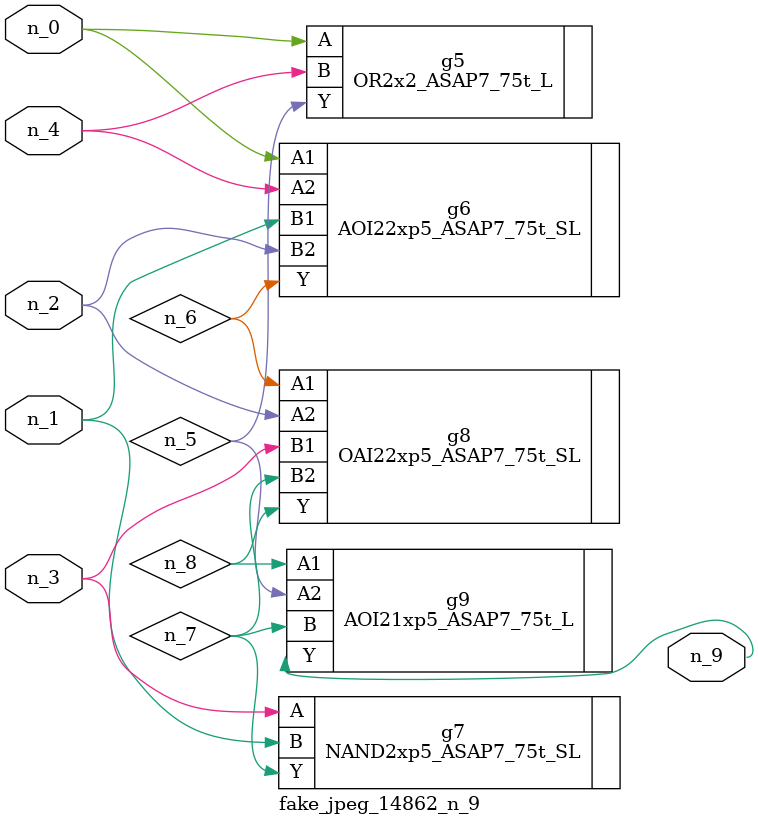
<source format=v>
module fake_jpeg_14862_n_9 (n_3, n_2, n_1, n_0, n_4, n_9);

input n_3;
input n_2;
input n_1;
input n_0;
input n_4;

output n_9;

wire n_8;
wire n_6;
wire n_5;
wire n_7;

OR2x2_ASAP7_75t_L g5 ( 
.A(n_0),
.B(n_4),
.Y(n_5)
);

AOI22xp5_ASAP7_75t_SL g6 ( 
.A1(n_0),
.A2(n_4),
.B1(n_1),
.B2(n_2),
.Y(n_6)
);

NAND2xp5_ASAP7_75t_SL g7 ( 
.A(n_3),
.B(n_1),
.Y(n_7)
);

OAI22xp5_ASAP7_75t_SL g8 ( 
.A1(n_6),
.A2(n_2),
.B1(n_3),
.B2(n_7),
.Y(n_8)
);

AOI21xp5_ASAP7_75t_L g9 ( 
.A1(n_8),
.A2(n_5),
.B(n_7),
.Y(n_9)
);


endmodule
</source>
